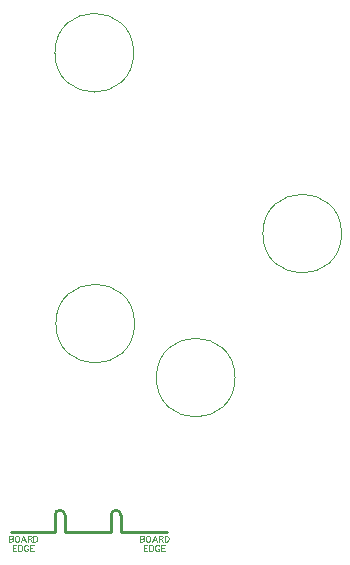
<source format=gbr>
G04 DipTrace 3.0.0.1*
G04 TopAssy.gbr*
%MOIN*%
G04 #@! TF.FileFunction,Drawing,Top*
G04 #@! TF.Part,Single*
%ADD10C,0.01*%
%ADD24C,0.000131*%
%ADD90C,0.003088*%
%FSLAX26Y26*%
G04*
G70*
G90*
G75*
G01*
G04 TopAssy*
%LPD*%
X756739Y404299D2*
D10*
X912232D1*
X943727D2*
X1098256D1*
X756739Y461377D2*
Y404299D1*
Y461377D2*
G03X725244Y461377I-15747J11D01*
G01*
Y404299D1*
X576608D2*
X725244D1*
X912232Y461377D2*
Y404299D1*
Y461377D2*
G02X943727Y461377I15747J11D01*
G01*
Y404299D1*
X724467Y2001701D2*
D24*
G02X724467Y2001701I131234J0D01*
G01*
X1062467Y918701D2*
G02X1062467Y918701I131234J0D01*
G01*
X1417467Y1398701D2*
G02X1417467Y1398701I131234J0D01*
G01*
X727467Y1098701D2*
G02X727467Y1098701I131234J0D01*
G01*
X595718Y360599D2*
D90*
X583293D1*
Y340503D1*
X595718D1*
X583293Y351027D2*
X590943D1*
X601894Y360599D2*
Y340503D1*
X608592D1*
X611466Y341476D1*
X613390Y343377D1*
X614340Y345301D1*
X615291Y348153D1*
Y352950D1*
X614340Y355824D1*
X613390Y357725D1*
X611466Y359649D1*
X608592Y360599D1*
X601894D1*
X635815Y355824D2*
X634864Y357725D1*
X632941Y359649D1*
X631039Y360599D1*
X627215D1*
X625291Y359649D1*
X623390Y357725D1*
X622417Y355824D1*
X621467Y352950D1*
Y348153D1*
X622417Y345301D1*
X623390Y343377D1*
X625291Y341476D1*
X627215Y340503D1*
X631039D1*
X632941Y341476D1*
X634864Y343377D1*
X635815Y345301D1*
Y348153D1*
X631039D1*
X654415Y360599D2*
X641990D1*
Y340503D1*
X654415D1*
X641990Y351027D2*
X649640D1*
X570706Y391706D2*
Y371610D1*
X579328D1*
X582202Y372582D1*
X583153Y373533D1*
X584104Y375434D1*
Y378308D1*
X583153Y380232D1*
X582202Y381182D1*
X579328Y382133D1*
X582202Y383106D1*
X583153Y384056D1*
X584104Y385958D1*
Y387881D1*
X583153Y389782D1*
X582202Y390755D1*
X579328Y391706D1*
X570706D1*
Y382133D2*
X579328D1*
X596027Y391706D2*
X594104Y390755D1*
X592203Y388832D1*
X591230Y386930D1*
X590279Y384056D1*
Y379259D1*
X591230Y376407D1*
X592203Y374484D1*
X594104Y372582D1*
X596027Y371610D1*
X599852D1*
X601753Y372582D1*
X603677Y374484D1*
X604627Y376407D1*
X605578Y379259D1*
Y384056D1*
X604627Y386930D1*
X603677Y388832D1*
X601753Y390755D1*
X599852Y391706D1*
X596027D1*
X627074Y371610D2*
X619403Y391706D1*
X611754Y371610D1*
X614628Y378308D2*
X624200D1*
X633250Y382133D2*
X641850D1*
X644724Y383106D1*
X645697Y384056D1*
X646647Y385958D1*
Y387881D1*
X645697Y389782D1*
X644724Y390755D1*
X641850Y391706D1*
X633250D1*
Y371610D1*
X639949Y382133D2*
X646647Y371610D1*
X652823Y391706D2*
Y371610D1*
X659522D1*
X662396Y372582D1*
X664319Y374484D1*
X665270Y376407D1*
X666220Y379259D1*
Y384056D1*
X665270Y386930D1*
X664319Y388832D1*
X662396Y390755D1*
X659522Y391706D1*
X652823D1*
X1032737Y360599D2*
X1020313D1*
Y340503D1*
X1032737D1*
X1020313Y351027D2*
X1027962D1*
X1038913Y360599D2*
Y340503D1*
X1045612D1*
X1048486Y341476D1*
X1050409Y343377D1*
X1051360Y345301D1*
X1052310Y348153D1*
Y352950D1*
X1051360Y355824D1*
X1050409Y357725D1*
X1048486Y359649D1*
X1045612Y360599D1*
X1038913D1*
X1072834Y355824D2*
X1071884Y357725D1*
X1069960Y359649D1*
X1068059Y360599D1*
X1064234D1*
X1062311Y359649D1*
X1060410Y357725D1*
X1059437Y355824D1*
X1058486Y352950D1*
Y348153D1*
X1059437Y345301D1*
X1060410Y343377D1*
X1062311Y341476D1*
X1064234Y340503D1*
X1068059D1*
X1069960Y341476D1*
X1071884Y343377D1*
X1072834Y345301D1*
Y348153D1*
X1068059D1*
X1091434Y360599D2*
X1079010D1*
Y340503D1*
X1091434D1*
X1079010Y351027D2*
X1086659D1*
X1007672Y391706D2*
Y371610D1*
X1016294D1*
X1019168Y372582D1*
X1020119Y373533D1*
X1021069Y375434D1*
Y378308D1*
X1020119Y380232D1*
X1019168Y381182D1*
X1016294Y382133D1*
X1019168Y383106D1*
X1020119Y384056D1*
X1021069Y385958D1*
Y387881D1*
X1020119Y389782D1*
X1019168Y390755D1*
X1016294Y391706D1*
X1007672D1*
Y382133D2*
X1016294D1*
X1032993Y391706D2*
X1031070Y390755D1*
X1029168Y388832D1*
X1028196Y386930D1*
X1027245Y384056D1*
Y379259D1*
X1028196Y376407D1*
X1029168Y374484D1*
X1031070Y372582D1*
X1032993Y371610D1*
X1036818D1*
X1038719Y372582D1*
X1040642Y374484D1*
X1041593Y376407D1*
X1042544Y379259D1*
Y384056D1*
X1041593Y386930D1*
X1040642Y388832D1*
X1038719Y390755D1*
X1036818Y391706D1*
X1032993D1*
X1064040Y371610D2*
X1056369Y391706D1*
X1048719Y371610D1*
X1051593Y378308D2*
X1061166D1*
X1070216Y382133D2*
X1078816D1*
X1081690Y383106D1*
X1082662Y384056D1*
X1083613Y385958D1*
Y387881D1*
X1082662Y389782D1*
X1081690Y390755D1*
X1078816Y391706D1*
X1070216D1*
Y371610D1*
X1076914Y382133D2*
X1083613Y371610D1*
X1089789Y391706D2*
Y371610D1*
X1096487D1*
X1099361Y372582D1*
X1101285Y374484D1*
X1102236Y376407D1*
X1103186Y379259D1*
Y384056D1*
X1102236Y386930D1*
X1101285Y388832D1*
X1099361Y390755D1*
X1096487Y391706D1*
X1089789D1*
M02*

</source>
